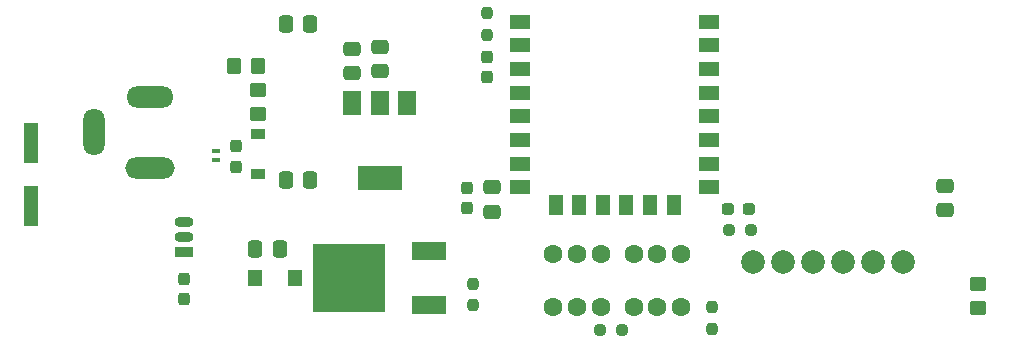
<source format=gbr>
%TF.GenerationSoftware,KiCad,Pcbnew,(6.0.0)*%
%TF.CreationDate,2022-05-15T20:33:26+08:00*%
%TF.ProjectId,Solder-Reflow-Plate-ESP32,536f6c64-6572-42d5-9265-666c6f772d50,rev?*%
%TF.SameCoordinates,Original*%
%TF.FileFunction,Paste,Top*%
%TF.FilePolarity,Positive*%
%FSLAX46Y46*%
G04 Gerber Fmt 4.6, Leading zero omitted, Abs format (unit mm)*
G04 Created by KiCad (PCBNEW (6.0.0)) date 2022-05-15 20:33:26*
%MOMM*%
%LPD*%
G01*
G04 APERTURE LIST*
G04 Aperture macros list*
%AMRoundRect*
0 Rectangle with rounded corners*
0 $1 Rounding radius*
0 $2 $3 $4 $5 $6 $7 $8 $9 X,Y pos of 4 corners*
0 Add a 4 corners polygon primitive as box body*
4,1,4,$2,$3,$4,$5,$6,$7,$8,$9,$2,$3,0*
0 Add four circle primitives for the rounded corners*
1,1,$1+$1,$2,$3*
1,1,$1+$1,$4,$5*
1,1,$1+$1,$6,$7*
1,1,$1+$1,$8,$9*
0 Add four rect primitives between the rounded corners*
20,1,$1+$1,$2,$3,$4,$5,0*
20,1,$1+$1,$4,$5,$6,$7,0*
20,1,$1+$1,$6,$7,$8,$9,0*
20,1,$1+$1,$8,$9,$2,$3,0*%
G04 Aperture macros list end*
%ADD10RoundRect,0.250000X-0.450000X0.350000X-0.450000X-0.350000X0.450000X-0.350000X0.450000X0.350000X0*%
%ADD11RoundRect,0.250000X0.475000X-0.337500X0.475000X0.337500X-0.475000X0.337500X-0.475000X-0.337500X0*%
%ADD12RoundRect,0.237500X-0.237500X0.300000X-0.237500X-0.300000X0.237500X-0.300000X0.237500X0.300000X0*%
%ADD13O,4.200000X1.800000*%
%ADD14O,4.000000X1.800000*%
%ADD15O,1.800000X4.000000*%
%ADD16RoundRect,0.237500X0.287500X0.237500X-0.287500X0.237500X-0.287500X-0.237500X0.287500X-0.237500X0*%
%ADD17R,1.200000X3.500000*%
%ADD18R,0.700000X0.400000*%
%ADD19RoundRect,0.250000X0.450000X-0.350000X0.450000X0.350000X-0.450000X0.350000X-0.450000X-0.350000X0*%
%ADD20R,1.600000X0.900000*%
%ADD21O,1.600000X0.900000*%
%ADD22R,1.500000X2.000000*%
%ADD23R,3.800000X2.000000*%
%ADD24RoundRect,0.237500X0.250000X0.237500X-0.250000X0.237500X-0.250000X-0.237500X0.250000X-0.237500X0*%
%ADD25C,2.000000*%
%ADD26R,1.800000X1.200000*%
%ADD27R,1.200000X1.800000*%
%ADD28R,1.200000X1.400000*%
%ADD29RoundRect,0.250000X-0.475000X0.337500X-0.475000X-0.337500X0.475000X-0.337500X0.475000X0.337500X0*%
%ADD30RoundRect,0.237500X-0.250000X-0.237500X0.250000X-0.237500X0.250000X0.237500X-0.250000X0.237500X0*%
%ADD31RoundRect,0.237500X0.237500X-0.250000X0.237500X0.250000X-0.237500X0.250000X-0.237500X-0.250000X0*%
%ADD32RoundRect,0.237500X0.237500X-0.300000X0.237500X0.300000X-0.237500X0.300000X-0.237500X-0.300000X0*%
%ADD33C,1.600000*%
%ADD34RoundRect,0.250000X0.337500X0.475000X-0.337500X0.475000X-0.337500X-0.475000X0.337500X-0.475000X0*%
%ADD35R,3.000000X1.600000*%
%ADD36R,6.200000X5.800000*%
%ADD37RoundRect,0.250000X-0.337500X-0.475000X0.337500X-0.475000X0.337500X0.475000X-0.337500X0.475000X0*%
%ADD38R,1.150000X0.950000*%
%ADD39RoundRect,0.237500X-0.237500X0.250000X-0.237500X-0.250000X0.237500X-0.250000X0.237500X0.250000X0*%
%ADD40RoundRect,0.250000X-0.350000X-0.450000X0.350000X-0.450000X0.350000X0.450000X-0.350000X0.450000X0*%
G04 APERTURE END LIST*
D10*
%TO.C,R8*%
X174850000Y-79000000D03*
X174850000Y-81000000D03*
%TD*%
D11*
%TO.C,C12*%
X172050000Y-72737500D03*
X172050000Y-70662500D03*
%TD*%
D12*
%TO.C,C2*%
X133300000Y-59737500D03*
X133300000Y-61462500D03*
%TD*%
%TO.C,C10*%
X107650000Y-78537500D03*
X107650000Y-80262500D03*
%TD*%
D13*
%TO.C,DC1*%
X104712500Y-69127500D03*
D14*
X104712500Y-63127500D03*
D15*
X100012500Y-66127500D03*
%TD*%
D16*
%TO.C,D4*%
X155475000Y-72600000D03*
X153725000Y-72600000D03*
%TD*%
D17*
%TO.C,C4*%
X94688383Y-72416909D03*
X94688383Y-67076909D03*
%TD*%
D18*
%TO.C,D1*%
X110300000Y-68450000D03*
X110300000Y-67750000D03*
%TD*%
D19*
%TO.C,R4*%
X113900000Y-64600000D03*
X113900000Y-62600000D03*
%TD*%
D20*
%TO.C,U3*%
X107650000Y-76270000D03*
D21*
X107650000Y-75000000D03*
X107650000Y-73730000D03*
%TD*%
D22*
%TO.C,U2*%
X126488383Y-63696909D03*
X124188383Y-63696909D03*
D23*
X124188383Y-69996909D03*
D22*
X121888383Y-63696909D03*
%TD*%
D24*
%TO.C,R3*%
X144712500Y-82900000D03*
X142887500Y-82900000D03*
%TD*%
D25*
%TO.C,CN1*%
X155820000Y-77100000D03*
X158360000Y-77100000D03*
X160900000Y-77100000D03*
X163440000Y-77100000D03*
X165980000Y-77100000D03*
X168520000Y-77100000D03*
%TD*%
D26*
%TO.C,L1*%
X136088383Y-56796909D03*
X136088383Y-58796909D03*
X136088383Y-60796909D03*
X136088383Y-62796909D03*
X136088383Y-64796909D03*
X136088383Y-66796909D03*
X136088383Y-68796909D03*
X136088383Y-70796909D03*
D27*
X139088383Y-72296909D03*
X141088383Y-72296909D03*
X143088383Y-72296909D03*
X145088383Y-72296909D03*
X147088383Y-72296909D03*
X149088383Y-72296909D03*
D26*
X152088383Y-70796909D03*
X152088383Y-68796909D03*
X152088383Y-66796909D03*
X152088383Y-64796909D03*
X152088383Y-62796909D03*
X152088383Y-60796909D03*
X152088383Y-58796909D03*
X152088383Y-56796909D03*
%TD*%
D28*
%TO.C,D3*%
X117050000Y-78510000D03*
X113650000Y-78510000D03*
%TD*%
D29*
%TO.C,C1*%
X133680000Y-70812500D03*
X133680000Y-72887500D03*
%TD*%
D30*
%TO.C,R7*%
X153787500Y-74400000D03*
X155612500Y-74400000D03*
%TD*%
D31*
%TO.C,R1*%
X133300000Y-57912500D03*
X133300000Y-56087500D03*
%TD*%
D32*
%TO.C,C5*%
X112000000Y-69062500D03*
X112000000Y-67337500D03*
%TD*%
D33*
%TO.C,SW1*%
X145700000Y-80950000D03*
X147700000Y-80950000D03*
X149700000Y-80950000D03*
X145700000Y-76450000D03*
X147700000Y-76450000D03*
X149700000Y-76450000D03*
%TD*%
%TO.C,SW2*%
X138900000Y-80950000D03*
X140900000Y-80950000D03*
X142900000Y-80950000D03*
X138900000Y-76450000D03*
X140900000Y-76450000D03*
X142900000Y-76450000D03*
%TD*%
D34*
%TO.C,C6*%
X118337500Y-70200000D03*
X116262500Y-70200000D03*
%TD*%
D35*
%TO.C,Q1*%
X128400000Y-80800000D03*
D36*
X121560000Y-78510000D03*
D35*
X128400000Y-76220000D03*
%TD*%
D11*
%TO.C,C8*%
X121888383Y-61137500D03*
X121888383Y-59062500D03*
%TD*%
D37*
%TO.C,C9*%
X113642500Y-76000000D03*
X115717500Y-76000000D03*
%TD*%
D11*
%TO.C,C11*%
X124188383Y-60984409D03*
X124188383Y-58909409D03*
%TD*%
D31*
%TO.C,R2*%
X152350000Y-82782500D03*
X152350000Y-80957500D03*
%TD*%
D38*
%TO.C,D2*%
X113900000Y-66310000D03*
X113900000Y-69690000D03*
%TD*%
D12*
%TO.C,C3*%
X131570000Y-70837500D03*
X131570000Y-72562500D03*
%TD*%
D39*
%TO.C,R6*%
X132130000Y-78977500D03*
X132130000Y-80802500D03*
%TD*%
D40*
%TO.C,R5*%
X111900000Y-60500000D03*
X113900000Y-60500000D03*
%TD*%
D34*
%TO.C,C7*%
X118337500Y-57000000D03*
X116262500Y-57000000D03*
%TD*%
M02*

</source>
